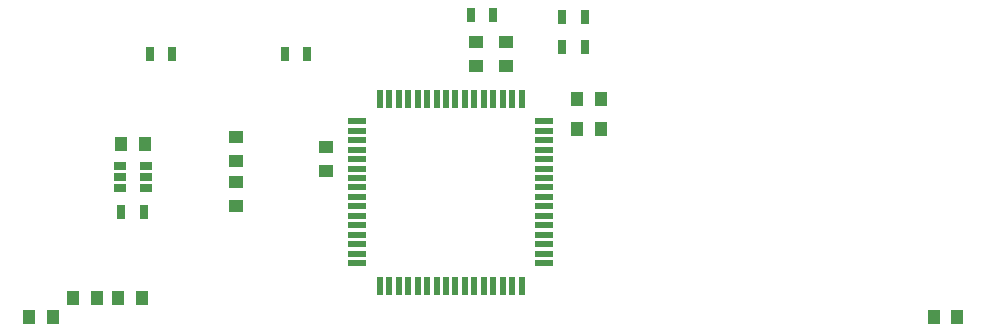
<source format=gbr>
G04 #@! TF.GenerationSoftware,KiCad,Pcbnew,(2017-02-04 revision 9a6e5734b)-master*
G04 #@! TF.CreationDate,2017-03-24T17:35:15+01:00*
G04 #@! TF.ProjectId,mega-prog,6D6567612D70726F672E6B696361645F,Proto 1*
G04 #@! TF.FileFunction,Paste,Top*
G04 #@! TF.FilePolarity,Positive*
%FSLAX46Y46*%
G04 Gerber Fmt 4.6, Leading zero omitted, Abs format (unit mm)*
G04 Created by KiCad (PCBNEW (2017-02-04 revision 9a6e5734b)-master) date Fri Mar 24 17:35:15 2017*
%MOMM*%
%LPD*%
G01*
G04 APERTURE LIST*
%ADD10C,0.100000*%
%ADD11R,0.500000X1.500000*%
%ADD12R,1.500000X0.500000*%
%ADD13R,1.250000X1.000000*%
%ADD14R,1.000000X1.250000*%
%ADD15R,0.700000X1.300000*%
%ADD16R,1.060000X0.650000*%
G04 APERTURE END LIST*
D10*
D11*
X149256000Y-74904000D03*
X148456000Y-74904000D03*
X147656000Y-74904000D03*
X146856000Y-74904000D03*
X146056000Y-74904000D03*
X145256000Y-74904000D03*
X144456000Y-74904000D03*
X143656000Y-74904000D03*
X142856000Y-74904000D03*
X142056000Y-74904000D03*
X141256000Y-74904000D03*
X140456000Y-74904000D03*
X139656000Y-74904000D03*
X138856000Y-74904000D03*
X138056000Y-74904000D03*
X137256000Y-74904000D03*
D12*
X135356000Y-76804000D03*
X135356000Y-77604000D03*
X135356000Y-78404000D03*
X135356000Y-79204000D03*
X135356000Y-80004000D03*
X135356000Y-80804000D03*
X135356000Y-81604000D03*
X135356000Y-82404000D03*
X135356000Y-83204000D03*
X135356000Y-84004000D03*
X135356000Y-84804000D03*
X135356000Y-85604000D03*
X135356000Y-86404000D03*
X135356000Y-87204000D03*
X135356000Y-88004000D03*
X135356000Y-88804000D03*
D11*
X137256000Y-90704000D03*
X138056000Y-90704000D03*
X138856000Y-90704000D03*
X139656000Y-90704000D03*
X140456000Y-90704000D03*
X141256000Y-90704000D03*
X142056000Y-90704000D03*
X142856000Y-90704000D03*
X143656000Y-90704000D03*
X144456000Y-90704000D03*
X145256000Y-90704000D03*
X146056000Y-90704000D03*
X146856000Y-90704000D03*
X147656000Y-90704000D03*
X148456000Y-90704000D03*
X149256000Y-90704000D03*
D12*
X151156000Y-88804000D03*
X151156000Y-88004000D03*
X151156000Y-87204000D03*
X151156000Y-86404000D03*
X151156000Y-85604000D03*
X151156000Y-84804000D03*
X151156000Y-84004000D03*
X151156000Y-83204000D03*
X151156000Y-82404000D03*
X151156000Y-81604000D03*
X151156000Y-80804000D03*
X151156000Y-80004000D03*
X151156000Y-79204000D03*
X151156000Y-78404000D03*
X151156000Y-77604000D03*
X151156000Y-76804000D03*
D13*
X125095000Y-80121000D03*
X125095000Y-78121000D03*
X145415000Y-72120000D03*
X145415000Y-70120000D03*
X125095000Y-81931000D03*
X125095000Y-83931000D03*
D14*
X153940000Y-77470000D03*
X155940000Y-77470000D03*
X153940000Y-74930000D03*
X155940000Y-74930000D03*
D13*
X147955000Y-72120000D03*
X147955000Y-70120000D03*
X132715000Y-79010000D03*
X132715000Y-81010000D03*
D14*
X109585000Y-93345000D03*
X107585000Y-93345000D03*
X184150000Y-93345000D03*
X186150000Y-93345000D03*
D15*
X152720000Y-70485000D03*
X154620000Y-70485000D03*
X152720000Y-67945000D03*
X154620000Y-67945000D03*
X146873000Y-67818000D03*
X144973000Y-67818000D03*
X131125000Y-71120000D03*
X129225000Y-71120000D03*
X119695000Y-71120000D03*
X117795000Y-71120000D03*
D14*
X115332000Y-78740000D03*
X117332000Y-78740000D03*
X117078000Y-91770200D03*
X115078000Y-91770200D03*
X111268000Y-91770200D03*
X113268000Y-91770200D03*
D16*
X117432000Y-82484000D03*
X117432000Y-81534000D03*
X117432000Y-80584000D03*
X115232000Y-80584000D03*
X115232000Y-82484000D03*
X115232000Y-81534000D03*
D15*
X115382000Y-84455000D03*
X117282000Y-84455000D03*
M02*

</source>
